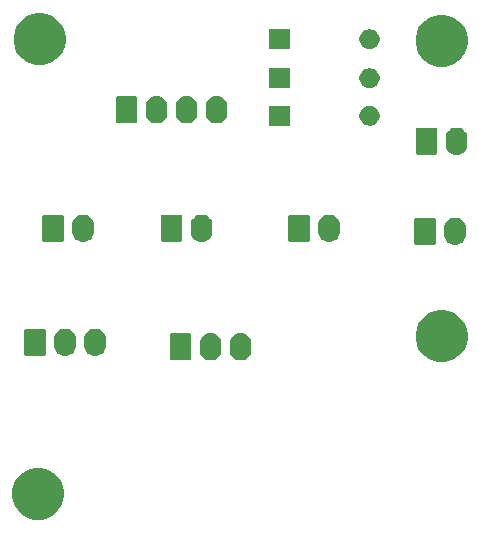
<source format=gbr>
G04 #@! TF.GenerationSoftware,KiCad,Pcbnew,(5.1.5-0-10_14)*
G04 #@! TF.CreationDate,2021-03-15T05:57:46+10:00*
G04 #@! TF.ProjectId,OH - Left Console - 6 - Flight Control Systems Panel ,4f48202d-204c-4656-9674-20436f6e736f,rev?*
G04 #@! TF.SameCoordinates,Original*
G04 #@! TF.FileFunction,Soldermask,Top*
G04 #@! TF.FilePolarity,Negative*
%FSLAX46Y46*%
G04 Gerber Fmt 4.6, Leading zero omitted, Abs format (unit mm)*
G04 Created by KiCad (PCBNEW (5.1.5-0-10_14)) date 2021-03-15 05:57:46*
%MOMM*%
%LPD*%
G04 APERTURE LIST*
%ADD10C,0.100000*%
G04 APERTURE END LIST*
D10*
G36*
X72651007Y-146727582D02*
G01*
X73051563Y-146893498D01*
X73051565Y-146893499D01*
X73412056Y-147134371D01*
X73718629Y-147440944D01*
X73959501Y-147801435D01*
X73959502Y-147801437D01*
X74125418Y-148201993D01*
X74210000Y-148627219D01*
X74210000Y-149060781D01*
X74125418Y-149486007D01*
X73959502Y-149886563D01*
X73959501Y-149886565D01*
X73718629Y-150247056D01*
X73412056Y-150553629D01*
X73051565Y-150794501D01*
X73051564Y-150794502D01*
X73051563Y-150794502D01*
X72651007Y-150960418D01*
X72225781Y-151045000D01*
X71792219Y-151045000D01*
X71366993Y-150960418D01*
X70966437Y-150794502D01*
X70966436Y-150794502D01*
X70966435Y-150794501D01*
X70605944Y-150553629D01*
X70299371Y-150247056D01*
X70058499Y-149886565D01*
X70058498Y-149886563D01*
X69892582Y-149486007D01*
X69808000Y-149060781D01*
X69808000Y-148627219D01*
X69892582Y-148201993D01*
X70058498Y-147801437D01*
X70058499Y-147801435D01*
X70299371Y-147440944D01*
X70605944Y-147134371D01*
X70966435Y-146893499D01*
X70966437Y-146893498D01*
X71366993Y-146727582D01*
X71792219Y-146643000D01*
X72225781Y-146643000D01*
X72651007Y-146727582D01*
G37*
G36*
X106814007Y-133392582D02*
G01*
X107214563Y-133558498D01*
X107214565Y-133558499D01*
X107575056Y-133799371D01*
X107881629Y-134105944D01*
X108122501Y-134466435D01*
X108122502Y-134466437D01*
X108288418Y-134866993D01*
X108373000Y-135292219D01*
X108373000Y-135725781D01*
X108288418Y-136151007D01*
X108122502Y-136551563D01*
X108122501Y-136551565D01*
X107881629Y-136912056D01*
X107575056Y-137218629D01*
X107214565Y-137459501D01*
X107214564Y-137459502D01*
X107214563Y-137459502D01*
X106814007Y-137625418D01*
X106388781Y-137710000D01*
X105955219Y-137710000D01*
X105529993Y-137625418D01*
X105129437Y-137459502D01*
X105129436Y-137459502D01*
X105129435Y-137459501D01*
X104768944Y-137218629D01*
X104462371Y-136912056D01*
X104221499Y-136551565D01*
X104221498Y-136551563D01*
X104055582Y-136151007D01*
X103971000Y-135725781D01*
X103971000Y-135292219D01*
X104055582Y-134866993D01*
X104221498Y-134466437D01*
X104221499Y-134466435D01*
X104462371Y-134105944D01*
X104768944Y-133799371D01*
X105129435Y-133558499D01*
X105129437Y-133558498D01*
X105529993Y-133392582D01*
X105955219Y-133308000D01*
X106388781Y-133308000D01*
X106814007Y-133392582D01*
G37*
G36*
X86794547Y-135260326D02*
G01*
X86968156Y-135312990D01*
X86968158Y-135312991D01*
X87128155Y-135398511D01*
X87268397Y-135513603D01*
X87344595Y-135606452D01*
X87383489Y-135653844D01*
X87469010Y-135813843D01*
X87521674Y-135987452D01*
X87535000Y-136122756D01*
X87535000Y-136673243D01*
X87521674Y-136808548D01*
X87469010Y-136982157D01*
X87383489Y-137142156D01*
X87366452Y-137162915D01*
X87268397Y-137282397D01*
X87171729Y-137361729D01*
X87128156Y-137397489D01*
X86968157Y-137483010D01*
X86794548Y-137535674D01*
X86614000Y-137553456D01*
X86433453Y-137535674D01*
X86259844Y-137483010D01*
X86099845Y-137397489D01*
X86056272Y-137361729D01*
X85959604Y-137282397D01*
X85844513Y-137142157D01*
X85844512Y-137142155D01*
X85758990Y-136982157D01*
X85706326Y-136808548D01*
X85693000Y-136673244D01*
X85693000Y-136122757D01*
X85706326Y-135987453D01*
X85758990Y-135813844D01*
X85806061Y-135725781D01*
X85844511Y-135653845D01*
X85959603Y-135513603D01*
X86056271Y-135434271D01*
X86099844Y-135398511D01*
X86259843Y-135312990D01*
X86433452Y-135260326D01*
X86614000Y-135242544D01*
X86794547Y-135260326D01*
G37*
G36*
X89334547Y-135260326D02*
G01*
X89508156Y-135312990D01*
X89508158Y-135312991D01*
X89668155Y-135398511D01*
X89808397Y-135513603D01*
X89884595Y-135606452D01*
X89923489Y-135653844D01*
X90009010Y-135813843D01*
X90061674Y-135987452D01*
X90075000Y-136122756D01*
X90075000Y-136673243D01*
X90061674Y-136808548D01*
X90009010Y-136982157D01*
X89923489Y-137142156D01*
X89906452Y-137162915D01*
X89808397Y-137282397D01*
X89711729Y-137361729D01*
X89668156Y-137397489D01*
X89508157Y-137483010D01*
X89334548Y-137535674D01*
X89154000Y-137553456D01*
X88973453Y-137535674D01*
X88799844Y-137483010D01*
X88639845Y-137397489D01*
X88596272Y-137361729D01*
X88499604Y-137282397D01*
X88384513Y-137142157D01*
X88384512Y-137142155D01*
X88298990Y-136982157D01*
X88246326Y-136808548D01*
X88233000Y-136673244D01*
X88233000Y-136122757D01*
X88246326Y-135987453D01*
X88298990Y-135813844D01*
X88346061Y-135725781D01*
X88384511Y-135653845D01*
X88499603Y-135513603D01*
X88596271Y-135434271D01*
X88639844Y-135398511D01*
X88799843Y-135312990D01*
X88973452Y-135260326D01*
X89154000Y-135242544D01*
X89334547Y-135260326D01*
G37*
G36*
X84853561Y-135250966D02*
G01*
X84886383Y-135260923D01*
X84916632Y-135277092D01*
X84943148Y-135298852D01*
X84964908Y-135325368D01*
X84981077Y-135355617D01*
X84991034Y-135388439D01*
X84995000Y-135428713D01*
X84995000Y-137367287D01*
X84991034Y-137407561D01*
X84981077Y-137440383D01*
X84964908Y-137470632D01*
X84943148Y-137497148D01*
X84916632Y-137518908D01*
X84886383Y-137535077D01*
X84853561Y-137545034D01*
X84813287Y-137549000D01*
X83334713Y-137549000D01*
X83294439Y-137545034D01*
X83261617Y-137535077D01*
X83231368Y-137518908D01*
X83204852Y-137497148D01*
X83183092Y-137470632D01*
X83166923Y-137440383D01*
X83156966Y-137407561D01*
X83153000Y-137367287D01*
X83153000Y-135428713D01*
X83156966Y-135388439D01*
X83166923Y-135355617D01*
X83183092Y-135325368D01*
X83204852Y-135298852D01*
X83231368Y-135277092D01*
X83261617Y-135260923D01*
X83294439Y-135250966D01*
X83334713Y-135247000D01*
X84813287Y-135247000D01*
X84853561Y-135250966D01*
G37*
G36*
X74475547Y-134879326D02*
G01*
X74649156Y-134931990D01*
X74649158Y-134931991D01*
X74809155Y-135017511D01*
X74949397Y-135132603D01*
X75028729Y-135229271D01*
X75064489Y-135272844D01*
X75108732Y-135355617D01*
X75147803Y-135428713D01*
X75150010Y-135432843D01*
X75202674Y-135606452D01*
X75216000Y-135741756D01*
X75216000Y-136292243D01*
X75202674Y-136427548D01*
X75150010Y-136601157D01*
X75064489Y-136761156D01*
X75028729Y-136804729D01*
X74949397Y-136901397D01*
X74852729Y-136980729D01*
X74809156Y-137016489D01*
X74649157Y-137102010D01*
X74475548Y-137154674D01*
X74295000Y-137172456D01*
X74114453Y-137154674D01*
X73940844Y-137102010D01*
X73780845Y-137016489D01*
X73737272Y-136980729D01*
X73640604Y-136901397D01*
X73525513Y-136761157D01*
X73525512Y-136761155D01*
X73439990Y-136601157D01*
X73387326Y-136427548D01*
X73374000Y-136292244D01*
X73374000Y-135741757D01*
X73387326Y-135606453D01*
X73439990Y-135432844D01*
X73525511Y-135272845D01*
X73542548Y-135252085D01*
X73640603Y-135132603D01*
X73766388Y-135029375D01*
X73780844Y-135017511D01*
X73940843Y-134931990D01*
X74114452Y-134879326D01*
X74295000Y-134861544D01*
X74475547Y-134879326D01*
G37*
G36*
X77015547Y-134879326D02*
G01*
X77189156Y-134931990D01*
X77189158Y-134931991D01*
X77349155Y-135017511D01*
X77489397Y-135132603D01*
X77568729Y-135229271D01*
X77604489Y-135272844D01*
X77648732Y-135355617D01*
X77687803Y-135428713D01*
X77690010Y-135432843D01*
X77742674Y-135606452D01*
X77756000Y-135741756D01*
X77756000Y-136292243D01*
X77742674Y-136427548D01*
X77690010Y-136601157D01*
X77604489Y-136761156D01*
X77568729Y-136804729D01*
X77489397Y-136901397D01*
X77392729Y-136980729D01*
X77349156Y-137016489D01*
X77189157Y-137102010D01*
X77015548Y-137154674D01*
X76835000Y-137172456D01*
X76654453Y-137154674D01*
X76480844Y-137102010D01*
X76320845Y-137016489D01*
X76277272Y-136980729D01*
X76180604Y-136901397D01*
X76065513Y-136761157D01*
X76065512Y-136761155D01*
X75979990Y-136601157D01*
X75927326Y-136427548D01*
X75914000Y-136292244D01*
X75914000Y-135741757D01*
X75927326Y-135606453D01*
X75979990Y-135432844D01*
X76065511Y-135272845D01*
X76082548Y-135252085D01*
X76180603Y-135132603D01*
X76306388Y-135029375D01*
X76320844Y-135017511D01*
X76480843Y-134931990D01*
X76654452Y-134879326D01*
X76835000Y-134861544D01*
X77015547Y-134879326D01*
G37*
G36*
X72534561Y-134869966D02*
G01*
X72567383Y-134879923D01*
X72597632Y-134896092D01*
X72624148Y-134917852D01*
X72645908Y-134944368D01*
X72662077Y-134974617D01*
X72672034Y-135007439D01*
X72676000Y-135047713D01*
X72676000Y-136986287D01*
X72672034Y-137026561D01*
X72662077Y-137059383D01*
X72645908Y-137089632D01*
X72624148Y-137116148D01*
X72597632Y-137137908D01*
X72567383Y-137154077D01*
X72534561Y-137164034D01*
X72494287Y-137168000D01*
X71015713Y-137168000D01*
X70975439Y-137164034D01*
X70942617Y-137154077D01*
X70912368Y-137137908D01*
X70885852Y-137116148D01*
X70864092Y-137089632D01*
X70847923Y-137059383D01*
X70837966Y-137026561D01*
X70834000Y-136986287D01*
X70834000Y-135047713D01*
X70837966Y-135007439D01*
X70847923Y-134974617D01*
X70864092Y-134944368D01*
X70885852Y-134917852D01*
X70912368Y-134896092D01*
X70942617Y-134879923D01*
X70975439Y-134869966D01*
X71015713Y-134866000D01*
X72494287Y-134866000D01*
X72534561Y-134869966D01*
G37*
G36*
X107495547Y-125481326D02*
G01*
X107669156Y-125533990D01*
X107669158Y-125533991D01*
X107829155Y-125619511D01*
X107969397Y-125734603D01*
X108007345Y-125780844D01*
X108084489Y-125874844D01*
X108170010Y-126034843D01*
X108222674Y-126208452D01*
X108236000Y-126343756D01*
X108236000Y-126894243D01*
X108222674Y-127029548D01*
X108170010Y-127203157D01*
X108084489Y-127363156D01*
X108055581Y-127398380D01*
X107969397Y-127503397D01*
X107872729Y-127582729D01*
X107829156Y-127618489D01*
X107669157Y-127704010D01*
X107495548Y-127756674D01*
X107315000Y-127774456D01*
X107134453Y-127756674D01*
X106960844Y-127704010D01*
X106800845Y-127618489D01*
X106757272Y-127582729D01*
X106660604Y-127503397D01*
X106545513Y-127363157D01*
X106545512Y-127363155D01*
X106459990Y-127203157D01*
X106407326Y-127029548D01*
X106394000Y-126894244D01*
X106394000Y-126343757D01*
X106407326Y-126208453D01*
X106459990Y-126034844D01*
X106545511Y-125874845D01*
X106545512Y-125874844D01*
X106660603Y-125734603D01*
X106799219Y-125620845D01*
X106800844Y-125619511D01*
X106960843Y-125533990D01*
X107134452Y-125481326D01*
X107315000Y-125463544D01*
X107495547Y-125481326D01*
G37*
G36*
X105554561Y-125471966D02*
G01*
X105587383Y-125481923D01*
X105617632Y-125498092D01*
X105644148Y-125519852D01*
X105665908Y-125546368D01*
X105682077Y-125576617D01*
X105692034Y-125609439D01*
X105696000Y-125649713D01*
X105696000Y-127588287D01*
X105692034Y-127628561D01*
X105682077Y-127661383D01*
X105665908Y-127691632D01*
X105644148Y-127718148D01*
X105617632Y-127739908D01*
X105587383Y-127756077D01*
X105554561Y-127766034D01*
X105514287Y-127770000D01*
X104035713Y-127770000D01*
X103995439Y-127766034D01*
X103962617Y-127756077D01*
X103932368Y-127739908D01*
X103905852Y-127718148D01*
X103884092Y-127691632D01*
X103867923Y-127661383D01*
X103857966Y-127628561D01*
X103854000Y-127588287D01*
X103854000Y-125649713D01*
X103857966Y-125609439D01*
X103867923Y-125576617D01*
X103884092Y-125546368D01*
X103905852Y-125519852D01*
X103932368Y-125498092D01*
X103962617Y-125481923D01*
X103995439Y-125471966D01*
X104035713Y-125468000D01*
X105514287Y-125468000D01*
X105554561Y-125471966D01*
G37*
G36*
X75999547Y-125227326D02*
G01*
X76173156Y-125279990D01*
X76173158Y-125279991D01*
X76333155Y-125365511D01*
X76473397Y-125480603D01*
X76526668Y-125545515D01*
X76588489Y-125620844D01*
X76674010Y-125780843D01*
X76726674Y-125954452D01*
X76740000Y-126089756D01*
X76740000Y-126640243D01*
X76726674Y-126775548D01*
X76674010Y-126949157D01*
X76588489Y-127109156D01*
X76552729Y-127152729D01*
X76473397Y-127249397D01*
X76376729Y-127328729D01*
X76333156Y-127364489D01*
X76173157Y-127450010D01*
X75999548Y-127502674D01*
X75819000Y-127520456D01*
X75638453Y-127502674D01*
X75464844Y-127450010D01*
X75304845Y-127364489D01*
X75261272Y-127328729D01*
X75164604Y-127249397D01*
X75049513Y-127109157D01*
X75049512Y-127109155D01*
X74963990Y-126949157D01*
X74911326Y-126775548D01*
X74898000Y-126640244D01*
X74898000Y-126089757D01*
X74911326Y-125954453D01*
X74963990Y-125780844D01*
X75049511Y-125620845D01*
X75078419Y-125585620D01*
X75164603Y-125480603D01*
X75290388Y-125377375D01*
X75304844Y-125365511D01*
X75464843Y-125279990D01*
X75638452Y-125227326D01*
X75819000Y-125209544D01*
X75999547Y-125227326D01*
G37*
G36*
X86032547Y-125227326D02*
G01*
X86206156Y-125279990D01*
X86206158Y-125279991D01*
X86366155Y-125365511D01*
X86506397Y-125480603D01*
X86559668Y-125545515D01*
X86621489Y-125620844D01*
X86707010Y-125780843D01*
X86759674Y-125954452D01*
X86773000Y-126089756D01*
X86773000Y-126640243D01*
X86759674Y-126775548D01*
X86707010Y-126949157D01*
X86621489Y-127109156D01*
X86585729Y-127152729D01*
X86506397Y-127249397D01*
X86409729Y-127328729D01*
X86366156Y-127364489D01*
X86206157Y-127450010D01*
X86032548Y-127502674D01*
X85852000Y-127520456D01*
X85671453Y-127502674D01*
X85497844Y-127450010D01*
X85337845Y-127364489D01*
X85294272Y-127328729D01*
X85197604Y-127249397D01*
X85082513Y-127109157D01*
X85082512Y-127109155D01*
X84996990Y-126949157D01*
X84944326Y-126775548D01*
X84931000Y-126640244D01*
X84931000Y-126089757D01*
X84944326Y-125954453D01*
X84996990Y-125780844D01*
X85082511Y-125620845D01*
X85111419Y-125585620D01*
X85197603Y-125480603D01*
X85323388Y-125377375D01*
X85337844Y-125365511D01*
X85497843Y-125279990D01*
X85671452Y-125227326D01*
X85852000Y-125209544D01*
X86032547Y-125227326D01*
G37*
G36*
X96827547Y-125227326D02*
G01*
X97001156Y-125279990D01*
X97001158Y-125279991D01*
X97161155Y-125365511D01*
X97301397Y-125480603D01*
X97354668Y-125545515D01*
X97416489Y-125620844D01*
X97502010Y-125780843D01*
X97554674Y-125954452D01*
X97568000Y-126089756D01*
X97568000Y-126640243D01*
X97554674Y-126775548D01*
X97502010Y-126949157D01*
X97416489Y-127109156D01*
X97380729Y-127152729D01*
X97301397Y-127249397D01*
X97204729Y-127328729D01*
X97161156Y-127364489D01*
X97001157Y-127450010D01*
X96827548Y-127502674D01*
X96647000Y-127520456D01*
X96466453Y-127502674D01*
X96292844Y-127450010D01*
X96132845Y-127364489D01*
X96089272Y-127328729D01*
X95992604Y-127249397D01*
X95877513Y-127109157D01*
X95877512Y-127109155D01*
X95791990Y-126949157D01*
X95739326Y-126775548D01*
X95726000Y-126640244D01*
X95726000Y-126089757D01*
X95739326Y-125954453D01*
X95791990Y-125780844D01*
X95877511Y-125620845D01*
X95906419Y-125585620D01*
X95992603Y-125480603D01*
X96118388Y-125377375D01*
X96132844Y-125365511D01*
X96292843Y-125279990D01*
X96466452Y-125227326D01*
X96647000Y-125209544D01*
X96827547Y-125227326D01*
G37*
G36*
X94886561Y-125217966D02*
G01*
X94919383Y-125227923D01*
X94949632Y-125244092D01*
X94976148Y-125265852D01*
X94997908Y-125292368D01*
X95014077Y-125322617D01*
X95024034Y-125355439D01*
X95028000Y-125395713D01*
X95028000Y-127334287D01*
X95024034Y-127374561D01*
X95014077Y-127407383D01*
X94997908Y-127437632D01*
X94976148Y-127464148D01*
X94949632Y-127485908D01*
X94919383Y-127502077D01*
X94886561Y-127512034D01*
X94846287Y-127516000D01*
X93367713Y-127516000D01*
X93327439Y-127512034D01*
X93294617Y-127502077D01*
X93264368Y-127485908D01*
X93237852Y-127464148D01*
X93216092Y-127437632D01*
X93199923Y-127407383D01*
X93189966Y-127374561D01*
X93186000Y-127334287D01*
X93186000Y-125395713D01*
X93189966Y-125355439D01*
X93199923Y-125322617D01*
X93216092Y-125292368D01*
X93237852Y-125265852D01*
X93264368Y-125244092D01*
X93294617Y-125227923D01*
X93327439Y-125217966D01*
X93367713Y-125214000D01*
X94846287Y-125214000D01*
X94886561Y-125217966D01*
G37*
G36*
X84091561Y-125217966D02*
G01*
X84124383Y-125227923D01*
X84154632Y-125244092D01*
X84181148Y-125265852D01*
X84202908Y-125292368D01*
X84219077Y-125322617D01*
X84229034Y-125355439D01*
X84233000Y-125395713D01*
X84233000Y-127334287D01*
X84229034Y-127374561D01*
X84219077Y-127407383D01*
X84202908Y-127437632D01*
X84181148Y-127464148D01*
X84154632Y-127485908D01*
X84124383Y-127502077D01*
X84091561Y-127512034D01*
X84051287Y-127516000D01*
X82572713Y-127516000D01*
X82532439Y-127512034D01*
X82499617Y-127502077D01*
X82469368Y-127485908D01*
X82442852Y-127464148D01*
X82421092Y-127437632D01*
X82404923Y-127407383D01*
X82394966Y-127374561D01*
X82391000Y-127334287D01*
X82391000Y-125395713D01*
X82394966Y-125355439D01*
X82404923Y-125322617D01*
X82421092Y-125292368D01*
X82442852Y-125265852D01*
X82469368Y-125244092D01*
X82499617Y-125227923D01*
X82532439Y-125217966D01*
X82572713Y-125214000D01*
X84051287Y-125214000D01*
X84091561Y-125217966D01*
G37*
G36*
X74058561Y-125217966D02*
G01*
X74091383Y-125227923D01*
X74121632Y-125244092D01*
X74148148Y-125265852D01*
X74169908Y-125292368D01*
X74186077Y-125322617D01*
X74196034Y-125355439D01*
X74200000Y-125395713D01*
X74200000Y-127334287D01*
X74196034Y-127374561D01*
X74186077Y-127407383D01*
X74169908Y-127437632D01*
X74148148Y-127464148D01*
X74121632Y-127485908D01*
X74091383Y-127502077D01*
X74058561Y-127512034D01*
X74018287Y-127516000D01*
X72539713Y-127516000D01*
X72499439Y-127512034D01*
X72466617Y-127502077D01*
X72436368Y-127485908D01*
X72409852Y-127464148D01*
X72388092Y-127437632D01*
X72371923Y-127407383D01*
X72361966Y-127374561D01*
X72358000Y-127334287D01*
X72358000Y-125395713D01*
X72361966Y-125355439D01*
X72371923Y-125322617D01*
X72388092Y-125292368D01*
X72409852Y-125265852D01*
X72436368Y-125244092D01*
X72466617Y-125227923D01*
X72499439Y-125217966D01*
X72539713Y-125214000D01*
X74018287Y-125214000D01*
X74058561Y-125217966D01*
G37*
G36*
X107622547Y-117861326D02*
G01*
X107796156Y-117913990D01*
X107796158Y-117913991D01*
X107956155Y-117999511D01*
X108096397Y-118114603D01*
X108175729Y-118211271D01*
X108211489Y-118254844D01*
X108297010Y-118414843D01*
X108349674Y-118588452D01*
X108363000Y-118723756D01*
X108363000Y-119274243D01*
X108349674Y-119409548D01*
X108297010Y-119583157D01*
X108211489Y-119743156D01*
X108175729Y-119786729D01*
X108096397Y-119883397D01*
X107999729Y-119962729D01*
X107956156Y-119998489D01*
X107796157Y-120084010D01*
X107622548Y-120136674D01*
X107442000Y-120154456D01*
X107261453Y-120136674D01*
X107087844Y-120084010D01*
X106927845Y-119998489D01*
X106884272Y-119962729D01*
X106787604Y-119883397D01*
X106672513Y-119743157D01*
X106672512Y-119743155D01*
X106586990Y-119583157D01*
X106534326Y-119409548D01*
X106521000Y-119274244D01*
X106521000Y-118723757D01*
X106534326Y-118588453D01*
X106586990Y-118414844D01*
X106672511Y-118254845D01*
X106672512Y-118254844D01*
X106787603Y-118114603D01*
X106913388Y-118011375D01*
X106927844Y-117999511D01*
X107087843Y-117913990D01*
X107261452Y-117861326D01*
X107442000Y-117843544D01*
X107622547Y-117861326D01*
G37*
G36*
X105681561Y-117851966D02*
G01*
X105714383Y-117861923D01*
X105744632Y-117878092D01*
X105771148Y-117899852D01*
X105792908Y-117926368D01*
X105809077Y-117956617D01*
X105819034Y-117989439D01*
X105823000Y-118029713D01*
X105823000Y-119968287D01*
X105819034Y-120008561D01*
X105809077Y-120041383D01*
X105792908Y-120071632D01*
X105771148Y-120098148D01*
X105744632Y-120119908D01*
X105714383Y-120136077D01*
X105681561Y-120146034D01*
X105641287Y-120150000D01*
X104162713Y-120150000D01*
X104122439Y-120146034D01*
X104089617Y-120136077D01*
X104059368Y-120119908D01*
X104032852Y-120098148D01*
X104011092Y-120071632D01*
X103994923Y-120041383D01*
X103984966Y-120008561D01*
X103981000Y-119968287D01*
X103981000Y-118029713D01*
X103984966Y-117989439D01*
X103994923Y-117956617D01*
X104011092Y-117926368D01*
X104032852Y-117899852D01*
X104059368Y-117878092D01*
X104089617Y-117861923D01*
X104122439Y-117851966D01*
X104162713Y-117848000D01*
X105641287Y-117848000D01*
X105681561Y-117851966D01*
G37*
G36*
X93307000Y-117691000D02*
G01*
X91605000Y-117691000D01*
X91605000Y-115989000D01*
X93307000Y-115989000D01*
X93307000Y-117691000D01*
G37*
G36*
X100324228Y-116021703D02*
G01*
X100479100Y-116085853D01*
X100618481Y-116178985D01*
X100737015Y-116297519D01*
X100830147Y-116436900D01*
X100894297Y-116591772D01*
X100927000Y-116756184D01*
X100927000Y-116923816D01*
X100894297Y-117088228D01*
X100830147Y-117243100D01*
X100737015Y-117382481D01*
X100618481Y-117501015D01*
X100479100Y-117594147D01*
X100324228Y-117658297D01*
X100159816Y-117691000D01*
X99992184Y-117691000D01*
X99827772Y-117658297D01*
X99672900Y-117594147D01*
X99533519Y-117501015D01*
X99414985Y-117382481D01*
X99321853Y-117243100D01*
X99257703Y-117088228D01*
X99225000Y-116923816D01*
X99225000Y-116756184D01*
X99257703Y-116591772D01*
X99321853Y-116436900D01*
X99414985Y-116297519D01*
X99533519Y-116178985D01*
X99672900Y-116085853D01*
X99827772Y-116021703D01*
X99992184Y-115989000D01*
X100159816Y-115989000D01*
X100324228Y-116021703D01*
G37*
G36*
X87302547Y-115194326D02*
G01*
X87476156Y-115246990D01*
X87476158Y-115246991D01*
X87636155Y-115332511D01*
X87776397Y-115447603D01*
X87855729Y-115544271D01*
X87891489Y-115587844D01*
X87977010Y-115747843D01*
X88029674Y-115921452D01*
X88043000Y-116056756D01*
X88043000Y-116607243D01*
X88029674Y-116742548D01*
X87977010Y-116916157D01*
X87891489Y-117076156D01*
X87855729Y-117119729D01*
X87776397Y-117216397D01*
X87679729Y-117295729D01*
X87636156Y-117331489D01*
X87476157Y-117417010D01*
X87302548Y-117469674D01*
X87122000Y-117487456D01*
X86941453Y-117469674D01*
X86767844Y-117417010D01*
X86607845Y-117331489D01*
X86564272Y-117295729D01*
X86467604Y-117216397D01*
X86352513Y-117076157D01*
X86352512Y-117076155D01*
X86266990Y-116916157D01*
X86214326Y-116742548D01*
X86201000Y-116607244D01*
X86201000Y-116056757D01*
X86214326Y-115921453D01*
X86266990Y-115747844D01*
X86352511Y-115587845D01*
X86352512Y-115587844D01*
X86467603Y-115447603D01*
X86593388Y-115344375D01*
X86607844Y-115332511D01*
X86767843Y-115246990D01*
X86941452Y-115194326D01*
X87122000Y-115176544D01*
X87302547Y-115194326D01*
G37*
G36*
X84762547Y-115194326D02*
G01*
X84936156Y-115246990D01*
X84936158Y-115246991D01*
X85096155Y-115332511D01*
X85236397Y-115447603D01*
X85315729Y-115544271D01*
X85351489Y-115587844D01*
X85437010Y-115747843D01*
X85489674Y-115921452D01*
X85503000Y-116056756D01*
X85503000Y-116607243D01*
X85489674Y-116742548D01*
X85437010Y-116916157D01*
X85351489Y-117076156D01*
X85315729Y-117119729D01*
X85236397Y-117216397D01*
X85139729Y-117295729D01*
X85096156Y-117331489D01*
X84936157Y-117417010D01*
X84762548Y-117469674D01*
X84582000Y-117487456D01*
X84401453Y-117469674D01*
X84227844Y-117417010D01*
X84067845Y-117331489D01*
X84024272Y-117295729D01*
X83927604Y-117216397D01*
X83812513Y-117076157D01*
X83812512Y-117076155D01*
X83726990Y-116916157D01*
X83674326Y-116742548D01*
X83661000Y-116607244D01*
X83661000Y-116056757D01*
X83674326Y-115921453D01*
X83726990Y-115747844D01*
X83812511Y-115587845D01*
X83812512Y-115587844D01*
X83927603Y-115447603D01*
X84053388Y-115344375D01*
X84067844Y-115332511D01*
X84227843Y-115246990D01*
X84401452Y-115194326D01*
X84582000Y-115176544D01*
X84762547Y-115194326D01*
G37*
G36*
X82222547Y-115194326D02*
G01*
X82396156Y-115246990D01*
X82396158Y-115246991D01*
X82556155Y-115332511D01*
X82696397Y-115447603D01*
X82775729Y-115544271D01*
X82811489Y-115587844D01*
X82897010Y-115747843D01*
X82949674Y-115921452D01*
X82963000Y-116056756D01*
X82963000Y-116607243D01*
X82949674Y-116742548D01*
X82897010Y-116916157D01*
X82811489Y-117076156D01*
X82775729Y-117119729D01*
X82696397Y-117216397D01*
X82599729Y-117295729D01*
X82556156Y-117331489D01*
X82396157Y-117417010D01*
X82222548Y-117469674D01*
X82042000Y-117487456D01*
X81861453Y-117469674D01*
X81687844Y-117417010D01*
X81527845Y-117331489D01*
X81484272Y-117295729D01*
X81387604Y-117216397D01*
X81272513Y-117076157D01*
X81272512Y-117076155D01*
X81186990Y-116916157D01*
X81134326Y-116742548D01*
X81121000Y-116607244D01*
X81121000Y-116056757D01*
X81134326Y-115921453D01*
X81186990Y-115747844D01*
X81272511Y-115587845D01*
X81272512Y-115587844D01*
X81387603Y-115447603D01*
X81513388Y-115344375D01*
X81527844Y-115332511D01*
X81687843Y-115246990D01*
X81861452Y-115194326D01*
X82042000Y-115176544D01*
X82222547Y-115194326D01*
G37*
G36*
X80281561Y-115184966D02*
G01*
X80314383Y-115194923D01*
X80344632Y-115211092D01*
X80371148Y-115232852D01*
X80392908Y-115259368D01*
X80409077Y-115289617D01*
X80419034Y-115322439D01*
X80423000Y-115362713D01*
X80423000Y-117301287D01*
X80419034Y-117341561D01*
X80409077Y-117374383D01*
X80392908Y-117404632D01*
X80371148Y-117431148D01*
X80344632Y-117452908D01*
X80314383Y-117469077D01*
X80281561Y-117479034D01*
X80241287Y-117483000D01*
X78762713Y-117483000D01*
X78722439Y-117479034D01*
X78689617Y-117469077D01*
X78659368Y-117452908D01*
X78632852Y-117431148D01*
X78611092Y-117404632D01*
X78594923Y-117374383D01*
X78584966Y-117341561D01*
X78581000Y-117301287D01*
X78581000Y-115362713D01*
X78584966Y-115322439D01*
X78594923Y-115289617D01*
X78611092Y-115259368D01*
X78632852Y-115232852D01*
X78659368Y-115211092D01*
X78689617Y-115194923D01*
X78722439Y-115184966D01*
X78762713Y-115181000D01*
X80241287Y-115181000D01*
X80281561Y-115184966D01*
G37*
G36*
X93307000Y-114516000D02*
G01*
X91605000Y-114516000D01*
X91605000Y-112814000D01*
X93307000Y-112814000D01*
X93307000Y-114516000D01*
G37*
G36*
X100324228Y-112846703D02*
G01*
X100479100Y-112910853D01*
X100618481Y-113003985D01*
X100737015Y-113122519D01*
X100830147Y-113261900D01*
X100894297Y-113416772D01*
X100927000Y-113581184D01*
X100927000Y-113748816D01*
X100894297Y-113913228D01*
X100830147Y-114068100D01*
X100737015Y-114207481D01*
X100618481Y-114326015D01*
X100479100Y-114419147D01*
X100324228Y-114483297D01*
X100159816Y-114516000D01*
X99992184Y-114516000D01*
X99827772Y-114483297D01*
X99672900Y-114419147D01*
X99533519Y-114326015D01*
X99414985Y-114207481D01*
X99321853Y-114068100D01*
X99257703Y-113913228D01*
X99225000Y-113748816D01*
X99225000Y-113581184D01*
X99257703Y-113416772D01*
X99321853Y-113261900D01*
X99414985Y-113122519D01*
X99533519Y-113003985D01*
X99672900Y-112910853D01*
X99827772Y-112846703D01*
X99992184Y-112814000D01*
X100159816Y-112814000D01*
X100324228Y-112846703D01*
G37*
G36*
X106814007Y-108373582D02*
G01*
X107214563Y-108539498D01*
X107214565Y-108539499D01*
X107575056Y-108780371D01*
X107881629Y-109086944D01*
X108122501Y-109447435D01*
X108122502Y-109447437D01*
X108288418Y-109847993D01*
X108373000Y-110273219D01*
X108373000Y-110706781D01*
X108288418Y-111132007D01*
X108268002Y-111181295D01*
X108122501Y-111532565D01*
X107881629Y-111893056D01*
X107575056Y-112199629D01*
X107214565Y-112440501D01*
X107214564Y-112440502D01*
X107214563Y-112440502D01*
X106814007Y-112606418D01*
X106388781Y-112691000D01*
X105955219Y-112691000D01*
X105529993Y-112606418D01*
X105129437Y-112440502D01*
X105129436Y-112440502D01*
X105129435Y-112440501D01*
X104768944Y-112199629D01*
X104462371Y-111893056D01*
X104221499Y-111532565D01*
X104075998Y-111181295D01*
X104055582Y-111132007D01*
X103971000Y-110706781D01*
X103971000Y-110273219D01*
X104055582Y-109847993D01*
X104221498Y-109447437D01*
X104221499Y-109447435D01*
X104462371Y-109086944D01*
X104768944Y-108780371D01*
X105129435Y-108539499D01*
X105129437Y-108539498D01*
X105529993Y-108373582D01*
X105955219Y-108289000D01*
X106388781Y-108289000D01*
X106814007Y-108373582D01*
G37*
G36*
X72778007Y-108246582D02*
G01*
X73178563Y-108412498D01*
X73178565Y-108412499D01*
X73539056Y-108653371D01*
X73845629Y-108959944D01*
X73930488Y-109086945D01*
X74086502Y-109320437D01*
X74252418Y-109720993D01*
X74337000Y-110146219D01*
X74337000Y-110579781D01*
X74252418Y-111005007D01*
X74199812Y-111132008D01*
X74086501Y-111405565D01*
X73845629Y-111766056D01*
X73539056Y-112072629D01*
X73178565Y-112313501D01*
X73178564Y-112313502D01*
X73178563Y-112313502D01*
X72778007Y-112479418D01*
X72352781Y-112564000D01*
X71919219Y-112564000D01*
X71493993Y-112479418D01*
X71093437Y-112313502D01*
X71093436Y-112313502D01*
X71093435Y-112313501D01*
X70732944Y-112072629D01*
X70426371Y-111766056D01*
X70185499Y-111405565D01*
X70072188Y-111132008D01*
X70019582Y-111005007D01*
X69935000Y-110579781D01*
X69935000Y-110146219D01*
X70019582Y-109720993D01*
X70185498Y-109320437D01*
X70341512Y-109086945D01*
X70426371Y-108959944D01*
X70732944Y-108653371D01*
X71093435Y-108412499D01*
X71093437Y-108412498D01*
X71493993Y-108246582D01*
X71919219Y-108162000D01*
X72352781Y-108162000D01*
X72778007Y-108246582D01*
G37*
G36*
X93307000Y-111214000D02*
G01*
X91605000Y-111214000D01*
X91605000Y-109512000D01*
X93307000Y-109512000D01*
X93307000Y-111214000D01*
G37*
G36*
X100324228Y-109544703D02*
G01*
X100479100Y-109608853D01*
X100618481Y-109701985D01*
X100737015Y-109820519D01*
X100830147Y-109959900D01*
X100894297Y-110114772D01*
X100927000Y-110279184D01*
X100927000Y-110446816D01*
X100894297Y-110611228D01*
X100830147Y-110766100D01*
X100737015Y-110905481D01*
X100618481Y-111024015D01*
X100479100Y-111117147D01*
X100324228Y-111181297D01*
X100159816Y-111214000D01*
X99992184Y-111214000D01*
X99827772Y-111181297D01*
X99672900Y-111117147D01*
X99533519Y-111024015D01*
X99414985Y-110905481D01*
X99321853Y-110766100D01*
X99257703Y-110611228D01*
X99225000Y-110446816D01*
X99225000Y-110279184D01*
X99257703Y-110114772D01*
X99321853Y-109959900D01*
X99414985Y-109820519D01*
X99533519Y-109701985D01*
X99672900Y-109608853D01*
X99827772Y-109544703D01*
X99992184Y-109512000D01*
X100159816Y-109512000D01*
X100324228Y-109544703D01*
G37*
M02*

</source>
